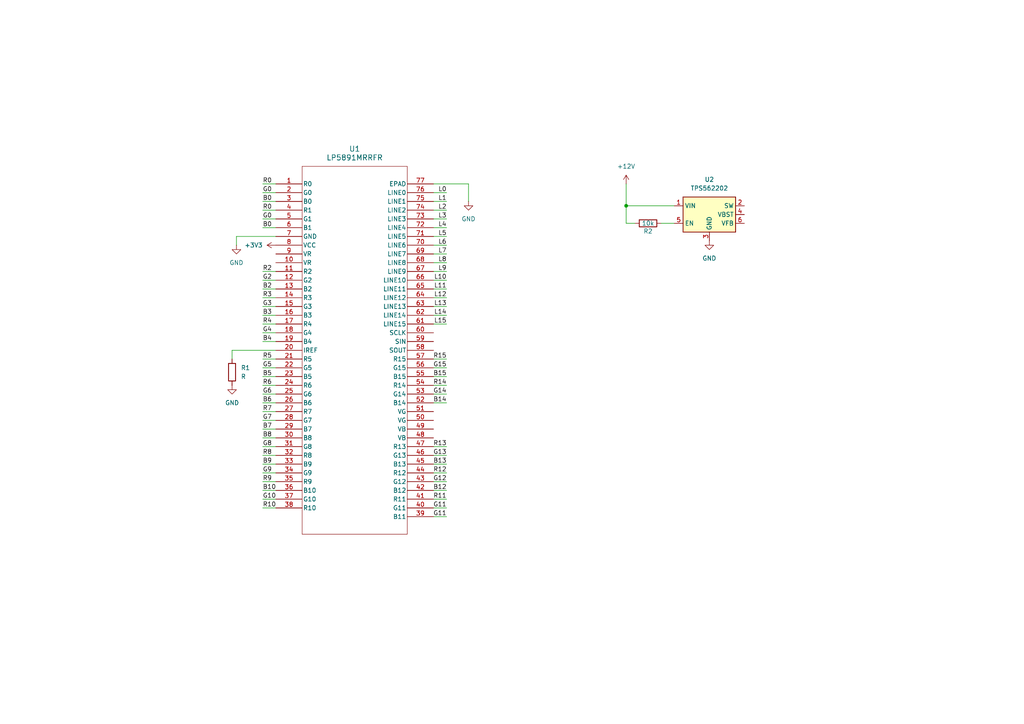
<source format=kicad_sch>
(kicad_sch (version 20250114) (generator "eeschema") (generator_version "9.0")
  (paper "A4")
  (lib_symbols
    (symbol "Device:R" (pin_numbers (hide yes)) (pin_names (offset 0))
      (property "Reference" "R" (at 2.032 0 90))
      (property "Value" "R" (at 0 0 90))
      (symbol "R_0_1"
        (rectangle (start -1.016 -2.54) (end 1.016 2.54) (stroke (width 0.254)))
      )
      (symbol "R_1_1"
        (pin passive line (at 0 3.81 270) (length 1.27) (name "~") (number "1"))
        (pin passive line (at 0 -3.81 90) (length 1.27) (name "~") (number "2"))
      )
    )
    (symbol "Regulator_Switching:TPS562202"
      (property "Reference" "U" (at -7.62 6.35 0))
      (property "Value" "TPS562202" (at -2.54 6.35 0))
      (symbol "TPS562202_0_1"
        (rectangle (start -7.62 5.08) (end 7.62 -5.08) (stroke (width 0.254)) (fill (type background)))
      )
      (symbol "TPS562202_1_1"
        (pin power_in line (at -10.16 2.54 0) (length 2.54) (name "VIN") (number "1"))
        (pin input line (at -10.16 -2.54 0) (length 2.54) (name "EN") (number "5"))
        (pin power_in line (at 0 -7.62 90) (length 2.54) (name "GND") (number "3"))
        (pin output line (at 10.16 2.54 180) (length 2.54) (name "SW") (number "2"))
        (pin passive line (at 10.16 0 180) (length 2.54) (name "VBST") (number "4"))
        (pin input line (at 10.16 -2.54 180) (length 2.54) (name "VFB") (number "6"))
      )
    )
    (symbol "power:+12V" (power) (pin_numbers (hide yes)) (pin_names (offset 0) (hide yes))
      (property "Value" "+12V" (at 0 3.556 0))
      (symbol "+12V_0_1"
        (polyline (pts (xy -0.762 1.27) (xy 0 2.54)))
        (polyline (pts (xy 0 2.54) (xy 0.762 1.27)))
        (polyline (pts (xy 0 0) (xy 0 2.54)))
      )
      (symbol "+12V_1_1"
        (pin power_in line (at 0 0 90) (length 0) (name "~") (number "1"))
      )
    )
    (symbol "power:+3V3" (power) (pin_numbers (hide yes)) (pin_names (offset 0) (hide yes))
      (property "Value" "+3V3" (at 0 3.556 0))
      (symbol "+3V3_0_1"
        (polyline (pts (xy -0.762 1.27) (xy 0 2.54)))
        (polyline (pts (xy 0 2.54) (xy 0.762 1.27)))
        (polyline (pts (xy 0 0) (xy 0 2.54)))
      )
      (symbol "+3V3_1_1"
        (pin power_in line (at 0 0 90) (length 0) (name "~") (number "1"))
      )
    )
    (symbol "power:GND" (power) (pin_numbers (hide yes)) (pin_names (offset 0) (hide yes))
      (property "Value" "GND" (at 0 -3.81 0))
      (symbol "GND_0_1"
        (polyline (pts (xy 0 0) (xy 0 -1.27) (xy 1.27 -1.27) (xy 0 -2.54) (xy -1.27 -1.27) (xy 0 -1.27)))
      )
      (symbol "GND_1_1"
        (pin power_in line (at 0 0 270) (length 0) (name "~") (number "1"))
      )
    )
    (symbol "ul_LP5891MRRFR:LP5891MRRFR" (pin_names (offset 0.254))
      (property "Reference" "U" (at 22.86 10.16 0))
      (property "Value" "LP5891MRRFR" (at 22.86 7.62 0))
      (symbol "LP5891MRRFR_0_1"
        (polyline (pts (xy 7.62 5.08) (xy 7.62 -101.6)) (stroke (width 0.127)))
        (polyline (pts (xy 7.62 -101.6) (xy 38.1 -101.6)) (stroke (width 0.127)))
        (polyline (pts (xy 38.1 5.08) (xy 7.62 5.08)) (stroke (width 0.127)))
        (polyline (pts (xy 38.1 -101.6) (xy 38.1 5.08)) (stroke (width 0.127)))
        (pin output line (at 0 0 0) (length 7.62) (name "R0") (number "1"))
        (pin output line (at 0 -2.54 0) (length 7.62) (name "G0") (number "2"))
        (pin output line (at 0 -5.08 0) (length 7.62) (name "B0") (number "3"))
        (pin output line (at 0 -7.62 0) (length 7.62) (name "R1") (number "4"))
        (pin output line (at 0 -10.16 0) (length 7.62) (name "G1") (number "5"))
        (pin output line (at 0 -12.7 0) (length 7.62) (name "B1") (number "6"))
        (pin power_out line (at 0 -15.24 0) (length 7.62) (name "GND") (number "7"))
        (pin input line (at 0 -17.78 0) (length 7.62) (name "VCC") (number "8"))
        (pin input line (at 0 -20.32 0) (length 7.62) (name "VR") (number "9"))
        (pin input line (at 0 -22.86 0) (length 7.62) (name "VR") (number "10"))
        (pin output line (at 0 -25.4 0) (length 7.62) (name "R2") (number "11"))
        (pin output line (at 0 -27.94 0) (length 7.62) (name "G2") (number "12"))
        (pin output line (at 0 -30.48 0) (length 7.62) (name "B2") (number "13"))
        (pin output line (at 0 -33.02 0) (length 7.62) (name "R3") (number "14"))
        (pin output line (at 0 -35.56 0) (length 7.62) (name "G3") (number "15"))
        (pin output line (at 0 -38.1 0) (length 7.62) (name "B3") (number "16"))
        (pin output line (at 0 -40.64 0) (length 7.62) (name "R4") (number "17"))
        (pin output line (at 0 -43.18 0) (length 7.62) (name "G4") (number "18"))
        (pin output line (at 0 -45.72 0) (length 7.62) (name "B4") (number "19"))
        (pin unspecified line (at 0 -48.26 0) (length 7.62) (name "IREF") (number "20"))
        (pin output line (at 0 -50.8 0) (length 7.62) (name "R5") (number "21"))
        (pin output line (at 0 -53.34 0) (length 7.62) (name "G5") (number "22"))
        (pin output line (at 0 -55.88 0) (length 7.62) (name "B5") (number "23"))
        (pin output line (at 0 -58.42 0) (length 7.62) (name "R6") (number "24"))
        (pin output line (at 0 -60.96 0) (length 7.62) (name "G6") (number "25"))
        (pin output line (at 0 -63.5 0) (length 7.62) (name "B6") (number "26"))
        (pin output line (at 0 -66.04 0) (length 7.62) (name "R7") (number "27"))
        (pin output line (at 0 -68.58 0) (length 7.62) (name "G7") (number "28"))
        (pin output line (at 0 -71.12 0) (length 7.62) (name "B7") (number "29"))
        (pin output line (at 0 -73.66 0) (length 7.62) (name "B8") (number "30"))
        (pin output line (at 0 -76.2 0) (length 7.62) (name "G8") (number "31"))
        (pin output line (at 0 -78.74 0) (length 7.62) (name "R8") (number "32"))
        (pin output line (at 0 -81.28 0) (length 7.62) (name "B9") (number "33"))
        (pin output line (at 0 -83.82 0) (length 7.62) (name "G9") (number "34"))
        (pin output line (at 0 -86.36 0) (length 7.62) (name "R9") (number "35"))
        (pin output line (at 0 -88.9 0) (length 7.62) (name "B10") (number "36"))
        (pin output line (at 0 -91.44 0) (length 7.62) (name "G10") (number "37"))
        (pin output line (at 0 -93.98 0) (length 7.62) (name "R10") (number "38"))
        (pin power_out line (at 45.72 0 180) (length 7.62) (name "EPAD") (number "77"))
        (pin output line (at 45.72 -2.54 180) (length 7.62) (name "LINE0") (number "76"))
        (pin output line (at 45.72 -5.08 180) (length 7.62) (name "LINE1") (number "75"))
        (pin output line (at 45.72 -7.62 180) (length 7.62) (name "LINE2") (number "74"))
        (pin output line (at 45.72 -10.16 180) (length 7.62) (name "LINE3") (number "73"))
        (pin output line (at 45.72 -12.7 180) (length 7.62) (name "LINE4") (number "72"))
        (pin output line (at 45.72 -15.24 180) (length 7.62) (name "LINE5") (number "71"))
        (pin output line (at 45.72 -17.78 180) (length 7.62) (name "LINE6") (number "70"))
        (pin output line (at 45.72 -20.32 180) (length 7.62) (name "LINE7") (number "69"))
        (pin output line (at 45.72 -22.86 180) (length 7.62) (name "LINE8") (number "68"))
        (pin output line (at 45.72 -25.4 180) (length 7.62) (name "LINE9") (number "67"))
        (pin output line (at 45.72 -27.94 180) (length 7.62) (name "LINE10") (number "66"))
        (pin output line (at 45.72 -30.48 180) (length 7.62) (name "LINE11") (number "65"))
        (pin output line (at 45.72 -33.02 180) (length 7.62) (name "LINE12") (number "64"))
        (pin output line (at 45.72 -35.56 180) (length 7.62) (name "LINE13") (number "63"))
        (pin output line (at 45.72 -38.1 180) (length 7.62) (name "LINE14") (number "62"))
        (pin output line (at 45.72 -40.64 180) (length 7.62) (name "LINE15") (number "61"))
        (pin input line (at 45.72 -43.18 180) (length 7.62) (name "SCLK") (number "60"))
        (pin input line (at 45.72 -45.72 180) (length 7.62) (name "SIN") (number "59"))
        (pin output line (at 45.72 -48.26 180) (length 7.62) (name "SOUT") (number "58"))
        (pin output line (at 45.72 -50.8 180) (length 7.62) (name "R15") (number "57"))
        (pin output line (at 45.72 -53.34 180) (length 7.62) (name "G15") (number "56"))
        (pin output line (at 45.72 -55.88 180) (length 7.62) (name "B15") (number "55"))
        (pin output line (at 45.72 -58.42 180) (length 7.62) (name "R14") (number "54"))
        (pin output line (at 45.72 -60.96 180) (length 7.62) (name "G14") (number "53"))
        (pin output line (at 45.72 -63.5 180) (length 7.62) (name "B14") (number "52"))
        (pin input line (at 45.72 -66.04 180) (length 7.62) (name "VG") (number "51"))
        (pin input line (at 45.72 -68.58 180) (length 7.62) (name "VG") (number "50"))
        (pin input line (at 45.72 -71.12 180) (length 7.62) (name "VB") (number "49"))
        (pin input line (at 45.72 -73.66 180) (length 7.62) (name "VB") (number "48"))
        (pin output line (at 45.72 -76.2 180) (length 7.62) (name "R13") (number "47"))
        (pin output line (at 45.72 -78.74 180) (length 7.62) (name "G13") (number "46"))
        (pin output line (at 45.72 -81.28 180) (length 7.62) (name "B13") (number "45"))
        (pin output line (at 45.72 -83.82 180) (length 7.62) (name "R12") (number "44"))
        (pin output line (at 45.72 -86.36 180) (length 7.62) (name "G12") (number "43"))
        (pin output line (at 45.72 -88.9 180) (length 7.62) (name "B12") (number "42"))
        (pin output line (at 45.72 -91.44 180) (length 7.62) (name "R11") (number "41"))
        (pin output line (at 45.72 -93.98 180) (length 7.62) (name "G11") (number "40"))
        (pin output line (at 45.72 -96.52 180) (length 7.62) (name "B11") (number "39"))
      )
    )
  )
  (junction (at 181.61 59.69))
  (wire (pts (xy 80.01 99.06) (xy 76.2 99.06)))
  (wire (pts (xy 80.01 104.14) (xy 76.2 104.14)))
  (wire (pts (xy 125.73 142.24) (xy 129.54 142.24)))
  (wire (pts (xy 125.73 149.86) (xy 129.54 149.86)))
  (wire (pts (xy 125.73 58.42) (xy 129.54 58.42)))
  (wire (pts (xy 80.01 127) (xy 76.2 127)))
  (wire (pts (xy 125.73 114.3) (xy 129.54 114.3)))
  (wire (pts (xy 80.01 116.84) (xy 76.2 116.84)))
  (wire (pts (xy 67.31 101.6) (xy 80.01 101.6)))
  (wire (pts (xy 181.61 53.34) (xy 181.61 59.69)))
  (wire (pts (xy 80.01 96.52) (xy 76.2 96.52)))
  (wire (pts (xy 125.73 78.74) (xy 129.54 78.74)))
  (wire (pts (xy 125.73 76.2) (xy 129.54 76.2)))
  (wire (pts (xy 125.73 53.34) (xy 135.89 53.34)))
  (wire (pts (xy 67.31 104.14) (xy 67.31 101.6)))
  (wire (pts (xy 80.01 91.44) (xy 76.2 91.44)))
  (wire (pts (xy 80.01 114.3) (xy 76.2 114.3)))
  (wire (pts (xy 135.89 53.34) (xy 135.89 58.42)))
  (wire (pts (xy 125.73 116.84) (xy 129.54 116.84)))
  (wire (pts (xy 80.01 119.38) (xy 76.2 119.38)))
  (wire (pts (xy 80.01 132.08) (xy 76.2 132.08)))
  (wire (pts (xy 184.15 64.77) (xy 181.61 64.77)))
  (wire (pts (xy 80.01 144.78) (xy 76.2 144.78)))
  (wire (pts (xy 80.01 121.92) (xy 76.2 121.92)))
  (wire (pts (xy 125.73 66.04) (xy 129.54 66.04)))
  (wire (pts (xy 80.01 81.28) (xy 76.2 81.28)))
  (wire (pts (xy 125.73 137.16) (xy 129.54 137.16)))
  (wire (pts (xy 80.01 58.42) (xy 76.2 58.42)))
  (wire (pts (xy 80.01 68.58) (xy 68.58 68.58)))
  (wire (pts (xy 125.73 81.28) (xy 129.54 81.28)))
  (wire (pts (xy 125.73 139.7) (xy 129.54 139.7)))
  (wire (pts (xy 80.01 139.7) (xy 76.2 139.7)))
  (wire (pts (xy 80.01 106.68) (xy 76.2 106.68)))
  (wire (pts (xy 125.73 63.5) (xy 129.54 63.5)))
  (wire (pts (xy 125.73 104.14) (xy 129.54 104.14)))
  (wire (pts (xy 125.73 147.32) (xy 129.54 147.32)))
  (wire (pts (xy 125.73 55.88) (xy 129.54 55.88)))
  (wire (pts (xy 80.01 109.22) (xy 76.2 109.22)))
  (wire (pts (xy 125.73 83.82) (xy 129.54 83.82)))
  (wire (pts (xy 125.73 91.44) (xy 129.54 91.44)))
  (wire (pts (xy 80.01 137.16) (xy 76.2 137.16)))
  (wire (pts (xy 80.01 147.32) (xy 76.2 147.32)))
  (wire (pts (xy 80.01 134.62) (xy 76.2 134.62)))
  (wire (pts (xy 181.61 59.69) (xy 195.58 59.69)))
  (wire (pts (xy 80.01 78.74) (xy 76.2 78.74)))
  (wire (pts (xy 80.01 66.04) (xy 76.2 66.04)))
  (wire (pts (xy 80.01 86.36) (xy 76.2 86.36)))
  (wire (pts (xy 80.01 111.76) (xy 76.2 111.76)))
  (wire (pts (xy 125.73 93.98) (xy 129.54 93.98)))
  (wire (pts (xy 125.73 71.12) (xy 129.54 71.12)))
  (wire (pts (xy 80.01 83.82) (xy 76.2 83.82)))
  (wire (pts (xy 191.77 64.77) (xy 195.58 64.77)))
  (wire (pts (xy 80.01 93.98) (xy 76.2 93.98)))
  (wire (pts (xy 80.01 129.54) (xy 76.2 129.54)))
  (wire (pts (xy 125.73 60.96) (xy 129.54 60.96)))
  (wire (pts (xy 125.73 129.54) (xy 129.54 129.54)))
  (wire (pts (xy 80.01 124.46) (xy 76.2 124.46)))
  (wire (pts (xy 80.01 55.88) (xy 76.2 55.88)))
  (wire (pts (xy 80.01 53.34) (xy 76.2 53.34)))
  (wire (pts (xy 80.01 60.96) (xy 76.2 60.96)))
  (wire (pts (xy 125.73 134.62) (xy 129.54 134.62)))
  (wire (pts (xy 125.73 73.66) (xy 129.54 73.66)))
  (wire (pts (xy 125.73 86.36) (xy 129.54 86.36)))
  (wire (pts (xy 125.73 132.08) (xy 129.54 132.08)))
  (wire (pts (xy 181.61 64.77) (xy 181.61 59.69)))
  (wire (pts (xy 125.73 68.58) (xy 129.54 68.58)))
  (wire (pts (xy 80.01 88.9) (xy 76.2 88.9)))
  (wire (pts (xy 125.73 106.68) (xy 129.54 106.68)))
  (wire (pts (xy 125.73 144.78) (xy 129.54 144.78)))
  (wire (pts (xy 80.01 142.24) (xy 76.2 142.24)))
  (wire (pts (xy 80.01 63.5) (xy 76.2 63.5)))
  (wire (pts (xy 125.73 109.22) (xy 129.54 109.22)))
  (wire (pts (xy 125.73 88.9) (xy 129.54 88.9)))
  (wire (pts (xy 68.58 68.58) (xy 68.58 71.12)))
  (wire (pts (xy 125.73 111.76) (xy 129.54 111.76)))
  (label "B9" (at 76.2 134.62 0))
  (label "L10" (at 129.54 81.28 180))
  (label "R7" (at 76.2 119.38 0))
  (label "L12" (at 129.54 86.36 180))
  (label "R9" (at 76.2 139.7 0))
  (label "L3" (at 129.54 63.5 180))
  (label "G7" (at 76.2 121.92 0))
  (label "G4" (at 76.2 96.52 0))
  (label "L8" (at 129.54 76.2 180))
  (label "G6" (at 76.2 114.3 0))
  (label "B6" (at 76.2 116.84 0))
  (label "R12" (at 129.54 137.16 180))
  (label "R8" (at 76.2 132.08 0))
  (label "G10" (at 76.2 144.78 0))
  (label "B10" (at 76.2 142.24 0))
  (label "B7" (at 76.2 124.46 0))
  (label "B2" (at 76.2 83.82 0))
  (label "G14" (at 129.54 114.3 180))
  (label "R0" (at 76.2 60.96 0))
  (label "G0" (at 76.2 63.5 0))
  (label "B14" (at 129.54 116.84 180))
  (label "B0" (at 76.2 66.04 0))
  (label "G0" (at 76.2 55.88 0))
  (label "L1" (at 129.54 58.42 180))
  (label "G9" (at 76.2 137.16 0))
  (label "R10" (at 76.2 147.32 0))
  (label "R5" (at 76.2 104.14 0))
  (label "L15" (at 129.54 93.98 180))
  (label "B13" (at 129.54 134.62 180))
  (label "R2" (at 76.2 78.74 0))
  (label "R13" (at 129.54 129.54 180))
  (label "G12" (at 129.54 139.7 180))
  (label "L0" (at 129.54 55.88 180))
  (label "L5" (at 129.54 68.58 180))
  (label "R11" (at 129.54 144.78 180))
  (label "B4" (at 76.2 99.06 0))
  (label "B15" (at 129.54 109.22 180))
  (label "R15" (at 129.54 104.14 180))
  (label "B0" (at 76.2 58.42 0))
  (label "G5" (at 76.2 106.68 0))
  (label "G13" (at 129.54 132.08 180))
  (label "R14" (at 129.54 111.76 180))
  (label "R3" (at 76.2 86.36 0))
  (label "L13" (at 129.54 88.9 180))
  (label "L9" (at 129.54 78.74 180))
  (label "R6" (at 76.2 111.76 0))
  (label "G3" (at 76.2 88.9 0))
  (label "L7" (at 129.54 73.66 180))
  (label "L6" (at 129.54 71.12 180))
  (label "R0" (at 76.2 53.34 0))
  (label "R4" (at 76.2 93.98 0))
  (label "L2" (at 129.54 60.96 180))
  (label "L14" (at 129.54 91.44 180))
  (label "G11" (at 129.54 149.86 180))
  (label "B8" (at 76.2 127 0))
  (label "G8" (at 76.2 129.54 0))
  (label "G15" (at 129.54 106.68 180))
  (label "L11" (at 129.54 83.82 180))
  (label "B3" (at 76.2 91.44 0))
  (label "B5" (at 76.2 109.22 0))
  (label "B12" (at 129.54 142.24 180))
  (label "G11" (at 129.54 147.32 180))
  (label "G2" (at 76.2 81.28 0))
  (label "L4" (at 129.54 66.04 180))
  (symbol (lib_id "power:GND") (at 135.89 58.42 0) (unit 1)
    (property "Reference" "#PWR01" (effects (hide yes)))
    (property "Value" "GND" (at 135.89 63.5 0))
    (property "Description" "Power symbol creates a global label with name \"GND\" , ground" (effects (hide yes)))
  )
  (symbol (lib_id "Regulator_Switching:TPS562202") (at 205.74 62.23 0) (unit 1)
    (property "Reference" "U2" (at 205.74 52.07 0))
    (property "Value" "TPS562202" (at 205.74 54.61 0))
    (property "Footprint" "Package_TO_SOT_SMD:SOT-563" (effects (hide yes)))
    (property "Datasheet" "https://www.ti.com/lit/gpn/tps562202" (effects (hide yes)))
    (property "Description" "2A Synchronous Step-Down Voltage Regulator 580kHz, adjustable output voltage, 4.5-17V Input Voltage, 0.804V-7V Output Voltage, SOT-563" (effects (hide yes)))
  )
  (symbol (lib_id "Device:R") (at 187.96 64.77 90) (unit 1)
    (property "Reference" "R2" (at 187.96 67.056 90))
    (property "Value" "10k" (at 187.96 64.77 90))
    (property "Description" "Resistor" (effects (hide yes)))
  )
  (symbol (lib_id "power:+3V3") (at 80.01 71.12 90) (unit 1)
    (property "Reference" "#PWR03" (effects (hide yes)))
    (property "Value" "+3V3" (at 76.2 71.1199 90) (effects (justify left)))
    (property "Description" "Power symbol creates a global label with name \"+3V3\"" (effects (hide yes)))
  )
  (symbol (lib_id "power:+12V") (at 181.61 53.34 0) (unit 1)
    (property "Reference" "#PWR05" (effects (hide yes)))
    (property "Value" "+12V" (at 181.61 48.26 0))
    (property "Description" "Power symbol creates a global label with name \"+12V\"" (effects (hide yes)))
  )
  (symbol (lib_id "power:GND") (at 68.58 71.12 0) (unit 1)
    (property "Reference" "#PWR02" (effects (hide yes)))
    (property "Value" "GND" (at 68.58 76.2 0))
    (property "Description" "Power symbol creates a global label with name \"GND\" , ground" (effects (hide yes)))
  )
  (symbol (lib_id "power:GND") (at 205.74 69.85 0) (unit 1)
    (property "Reference" "#PWR06" (effects (hide yes)))
    (property "Value" "GND" (at 205.74 74.93 0))
    (property "Description" "Power symbol creates a global label with name \"GND\" , ground" (effects (hide yes)))
  )
  (symbol (lib_id "Device:R") (at 67.31 107.95 0) (unit 1)
    (property "Reference" "R1" (at 69.85 106.6799 0) (effects (justify left)))
    (property "Value" "R" (at 69.85 109.2199 0) (effects (justify left)))
    (property "Description" "Resistor" (effects (hide yes)))
  )
  (symbol (lib_id "power:GND") (at 67.31 111.76 0) (unit 1)
    (property "Reference" "#PWR04" (effects (hide yes)))
    (property "Value" "GND" (at 67.31 116.84 0))
    (property "Description" "Power symbol creates a global label with name \"GND\" , ground" (effects (hide yes)))
  )
  (symbol (lib_id "ul_LP5891MRRFR:LP5891MRRFR") (at 80.01 53.34 0) (unit 1)
    (property "Reference" "U1" (at 102.87 43.18 0) (effects (font (size 1.524 1.524))))
    (property "Value" "LP5891MRRFR" (at 102.87 45.72 0) (effects (font (size 1.524 1.524))))
    (property "Footprint" "VQFN76_RRF_TEX" (effects (hide yes)))
    (property "Datasheet" "LP5891MRRFR" (effects (hide yes)))
  )
)
</source>
